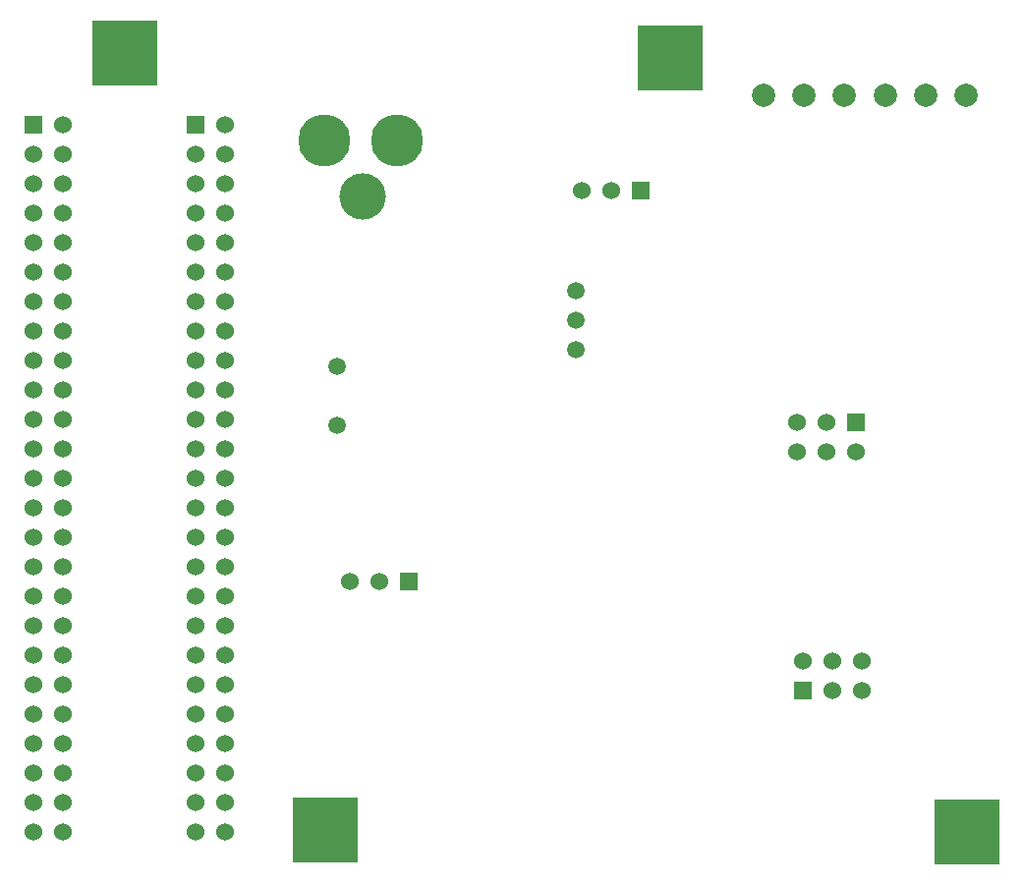
<source format=gbs>
G04 (created by PCBNEW (22-Jun-2014 BZR 4027)-stable) date vie 24 oct 2014 08:07:14 CST*
%MOIN*%
G04 Gerber Fmt 3.4, Leading zero omitted, Abs format*
%FSLAX34Y34*%
G01*
G70*
G90*
G04 APERTURE LIST*
%ADD10C,0.00590551*%
%ADD11C,0.0590551*%
%ADD12C,0.0591*%
%ADD13R,0.06X0.06*%
%ADD14C,0.06*%
%ADD15C,0.0787402*%
%ADD16C,0.177165*%
%ADD17C,0.15748*%
%ADD18R,0.22X0.22*%
G04 APERTURE END LIST*
G54D10*
G54D11*
X33100Y-20850D03*
X33100Y-21850D03*
X33100Y-22850D03*
G54D12*
X25000Y-25400D03*
X25000Y-23400D03*
G54D13*
X35300Y-17450D03*
G54D14*
X34300Y-17450D03*
X33300Y-17450D03*
G54D13*
X27450Y-30700D03*
G54D14*
X26450Y-30700D03*
X25450Y-30700D03*
G54D15*
X46350Y-14200D03*
X44972Y-14200D03*
X43594Y-14200D03*
X42216Y-14200D03*
X40838Y-14200D03*
X39460Y-14200D03*
G54D16*
X27050Y-15750D03*
G54D17*
X25868Y-17639D03*
G54D16*
X24589Y-15750D03*
G54D13*
X40800Y-34400D03*
G54D14*
X40800Y-33400D03*
X41800Y-34400D03*
X41800Y-33400D03*
X42800Y-34400D03*
X42800Y-33400D03*
G54D13*
X42600Y-25300D03*
G54D14*
X42600Y-26300D03*
X41600Y-25300D03*
X41600Y-26300D03*
X40600Y-25300D03*
X40600Y-26300D03*
G54D13*
X20200Y-15200D03*
G54D14*
X21200Y-15200D03*
X20200Y-20200D03*
X21200Y-16200D03*
X20200Y-21200D03*
X21200Y-17200D03*
X20200Y-22200D03*
X21200Y-18200D03*
X20200Y-23200D03*
X21200Y-19200D03*
X20200Y-24200D03*
X21200Y-20200D03*
X20200Y-25200D03*
X21200Y-21200D03*
X20200Y-26200D03*
X21200Y-22200D03*
X20200Y-27200D03*
X21200Y-23200D03*
X20200Y-28200D03*
X21200Y-24200D03*
X20200Y-29200D03*
X21200Y-25200D03*
X20200Y-30200D03*
X21200Y-26200D03*
X21200Y-27200D03*
X20200Y-31200D03*
X21200Y-28200D03*
X21200Y-30200D03*
X21200Y-31200D03*
X21200Y-32200D03*
X21200Y-33200D03*
X20200Y-32200D03*
X20200Y-33200D03*
X20200Y-16200D03*
X20200Y-17200D03*
X20200Y-18200D03*
X20200Y-19200D03*
X20200Y-34200D03*
X21200Y-34200D03*
X21200Y-29200D03*
X20200Y-35200D03*
X21200Y-35200D03*
X20200Y-36200D03*
X21200Y-36200D03*
X20200Y-37200D03*
X21200Y-37200D03*
X20200Y-38200D03*
X21200Y-38200D03*
X20200Y-39200D03*
X21200Y-39200D03*
G54D13*
X14700Y-15200D03*
G54D14*
X15700Y-15200D03*
X14700Y-20200D03*
X15700Y-16200D03*
X14700Y-21200D03*
X15700Y-17200D03*
X14700Y-22200D03*
X15700Y-18200D03*
X14700Y-23200D03*
X15700Y-19200D03*
X14700Y-24200D03*
X15700Y-20200D03*
X14700Y-25200D03*
X15700Y-21200D03*
X14700Y-26200D03*
X15700Y-22200D03*
X14700Y-27200D03*
X15700Y-23200D03*
X14700Y-28200D03*
X15700Y-24200D03*
X14700Y-29200D03*
X15700Y-25200D03*
X14700Y-30200D03*
X15700Y-26200D03*
X15700Y-27200D03*
X14700Y-31200D03*
X15700Y-28200D03*
X15700Y-30200D03*
X15700Y-31200D03*
X15700Y-32200D03*
X15700Y-33200D03*
X14700Y-32200D03*
X14700Y-33200D03*
X14700Y-16200D03*
X14700Y-17200D03*
X14700Y-18200D03*
X14700Y-19200D03*
X14700Y-34200D03*
X15700Y-34200D03*
X15700Y-29200D03*
X14700Y-35200D03*
X15700Y-35200D03*
X14700Y-36200D03*
X15700Y-36200D03*
X14700Y-37200D03*
X15700Y-37200D03*
X14700Y-38200D03*
X15700Y-38200D03*
X14700Y-39200D03*
X15700Y-39200D03*
G54D18*
X17820Y-12782D03*
X36300Y-12936D03*
X24596Y-39160D03*
X46382Y-39200D03*
M02*

</source>
